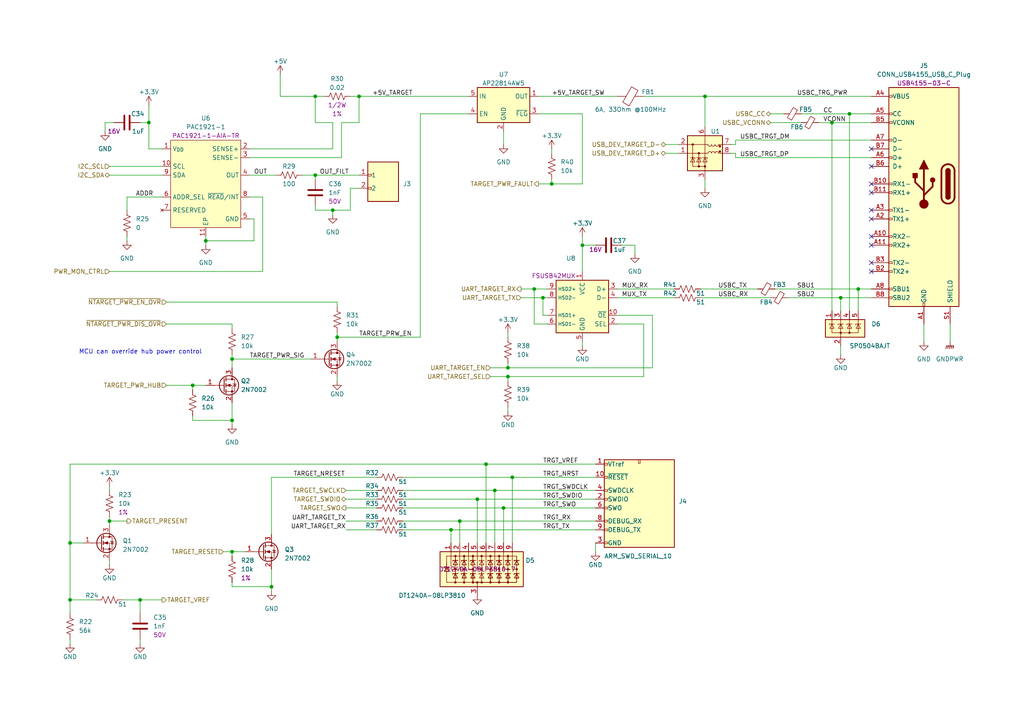
<source format=kicad_sch>
(kicad_sch (version 20230121) (generator eeschema)
  (paper "A4")
  (lib_symbols
    (symbol "Redhill_Lib:CAP_CER_0402_1nF_50V_10%_X7R" (pin_numbers hide) (pin_names (offset 0.254))
      (property "Reference" "C" (at 0.635 2.54 0))
      (property "Value" "1nF" (at 0.635 -2.54 0))
      (property "Voltage" "50V" (at 0 0 0))
      (symbol "CAP_CER_0402_1nF_50V_10%_X7R_1_1"
        (pin passive line (at 0 3.81 270) (length 2.794) (name "~") (number "1"))
        (pin passive line (at 0 -3.81 90) (length 2.794) (name "~") (number "2"))
      )
    )
    (symbol "Redhill_Lib:CAP_CER_0402_1uF_16V_10%_X5R" (pin_numbers hide) (pin_names (offset 0.254))
      (property "Reference" "C" (at 0.635 2.54 0))
      (property "Value" "1uF" (at 0.635 -2.54 0))
      (property "Voltage" "16V" (at 0 0 0))
      (symbol "CAP_CER_0402_1uF_16V_10%_X5R_1_1"
        (pin passive line (at 0 3.81 270) (length 2.794) (name "~") (number "1"))
        (pin passive line (at 0 -3.81 90) (length 2.794) (name "~") (number "2"))
      )
    )
    (symbol "Redhill_Lib:CONN_ARM_SWD_SERIAL_10" (pin_names (offset 1.016))
      (property "Reference" "J" (at -2.54 16.51 0))
      (property "Value" "ARM_SWD_SERIAL_10" (at -2.54 13.97 0))
      (symbol "CONN_ARM_SWD_SERIAL_10_1_1"
        (pin power_in line (at 12.7 11.43 180) (length 2.54) (name "VTref") (number "1"))
        (pin open_collector line (at 12.7 7.62 180) (length 2.54) (name "~{RESET}") (number "10"))
        (pin bidirectional line (at 12.7 1.27 180) (length 2.54) (name "SWDIO") (number "2"))
        (pin power_in line (at 12.7 -11.43 180) (length 2.54) (name "GND") (number "3"))
        (pin output line (at 12.7 3.81 180) (length 2.54) (name "SWDCLK") (number "4"))
        (pin passive line (at 12.7 -11.43 180) (length 2.54) hide (name "GND") (number "5"))
        (pin input line (at 12.7 -1.27 180) (length 2.54) (name "SWO") (number "6"))
        (pin no_connect line (at -10.16 0 0) (length 2.54) hide (name "KEY") (number "7"))
        (pin bidirectional line (at 12.7 -5.08 180) (length 2.54) (name "DEBUG_RX") (number "8"))
        (pin bidirectional line (at 12.7 -7.62 180) (length 2.54) (name "DEBUG_TX") (number "9"))
        (pin passive line (at -5.08 -15.24 90) (length 2.54) hide (name "GNDDetect") (number "9"))
      )
    )
    (symbol "Redhill_Lib:CONN_Header_2Pin_2.54mmPitch" (pin_names (offset 1.016))
      (property "Reference" "J" (at 1.27 6.35 0))
      (symbol "CONN_Header_2Pin_2.54mmPitch_1_1"
        (pin passive line (at 7.62 0 180) (length 2.54) (name "1") (number "1"))
        (pin passive line (at 7.62 -3.81 180) (length 2.54) (name "2") (number "2"))
      )
    )
    (symbol "Redhill_Lib:CONN_USB4155_USB_C_Plug" (pin_names (offset 1.016))
      (property "Reference" "J" (at -10.16 29.21 0))
      (property "Value" "CONN_USB4155_USB_C_Plug" (at 10.16 29.21 0))
      (property "Partnumber" "USB4155-03-C" (at 0 0 0))
      (symbol "CONN_USB4155_USB_C_Plug_1_1"
        (pin passive line (at 0 -40.64 90) (length 5.08) (name "GND") (number "A1"))
        (pin bidirectional line (at 15.24 -15.24 180) (length 5.08) (name "RX2-") (number "A10"))
        (pin bidirectional line (at 15.24 -17.78 180) (length 5.08) (name "RX2+") (number "A11"))
        (pin passive line (at 0 -40.64 90) (length 5.08) hide (name "GND") (number "A12"))
        (pin bidirectional line (at 15.24 -10.16 180) (length 5.08) (name "TX1+") (number "A2"))
        (pin bidirectional line (at 15.24 -7.62 180) (length 5.08) (name "TX1-") (number "A3"))
        (pin passive line (at 15.24 25.4 180) (length 5.08) (name "VBUS") (number "A4"))
        (pin bidirectional line (at 15.24 20.32 180) (length 5.08) (name "CC") (number "A5"))
        (pin bidirectional line (at 15.24 7.62 180) (length 5.08) (name "D+") (number "A6"))
        (pin bidirectional line (at 15.24 12.7 180) (length 5.08) (name "D-") (number "A7"))
        (pin bidirectional line (at 15.24 -30.48 180) (length 5.08) (name "SBU1") (number "A8"))
        (pin passive line (at 15.24 25.4 180) (length 5.08) hide (name "VBUS") (number "A9"))
        (pin passive line (at 0 -40.64 90) (length 5.08) hide (name "GND") (number "B1"))
        (pin bidirectional line (at 15.24 0 180) (length 5.08) (name "RX1-") (number "B10"))
        (pin bidirectional line (at 15.24 -2.54 180) (length 5.08) (name "RX1+") (number "B11"))
        (pin passive line (at 0 -40.64 90) (length 5.08) hide (name "GND") (number "B12"))
        (pin bidirectional line (at 15.24 -25.4 180) (length 5.08) (name "TX2+") (number "B2"))
        (pin bidirectional line (at 15.24 -22.86 180) (length 5.08) (name "TX2-") (number "B3"))
        (pin passive line (at 15.24 25.4 180) (length 5.08) hide (name "VBUS") (number "B4"))
        (pin bidirectional line (at 15.24 17.78 180) (length 5.08) (name "VCONN") (number "B5"))
        (pin bidirectional line (at 15.24 5.08 180) (length 5.08) (name "D+") (number "B6"))
        (pin bidirectional line (at 15.24 10.16 180) (length 5.08) (name "D-") (number "B7"))
        (pin bidirectional line (at 15.24 -33.02 180) (length 5.08) (name "SBU2") (number "B8"))
        (pin passive line (at 15.24 25.4 180) (length 5.08) hide (name "VBUS") (number "B9"))
        (pin passive line (at -7.62 -40.64 90) (length 5.08) (name "SHIELD") (number "S1"))
        (pin passive line (at -7.62 -40.64 90) (length 5.08) hide (name "SHIELD") (number "S2"))
      )
    )
    (symbol "Redhill_Lib:EMI2121MTTAG" (pin_names (offset 0.0254) hide)
      (property "Reference" "U" (at -5.08 6.35 0))
      (symbol "EMI2121MTTAG_1_1"
        (pin passive line (at -7.62 0 0) (length 2.54) (name "In_1+") (number "1"))
        (pin passive line (at -7.62 2.54 0) (length 2.54) (name "In_1-") (number "2"))
        (pin power_in line (at 0 -7.62 90) (length 2.54) (name "GND") (number "3"))
        (pin passive line (at 0 -7.62 90) (length 2.54) hide (name "GND") (number "4"))
        (pin passive line (at 0 -7.62 90) (length 2.54) hide (name "GND") (number "5"))
        (pin power_in line (at 0 7.62 270) (length 2.54) (name "VDD") (number "6"))
        (pin passive line (at 7.62 2.54 180) (length 2.54) (name "Out_1-") (number "7"))
        (pin passive line (at 7.62 0 180) (length 2.54) (name "Out_1+") (number "8"))
        (pin passive line (at 0 -7.62 90) (length 2.54) hide (name "GND") (number "9"))
      )
    )
    (symbol "Redhill_Lib:ESD_DT1240A-08LP3810" (pin_names hide)
      (property "Reference" "D" (at 13.97 2.54 0))
      (property "Value" "DT1240A-08LP3810" (at 13.97 0.635 0))
      (property "Partnumber" "DT1240A-08LP3810-7" (at 0 0 0))
      (symbol "ESD_DT1240A-08LP3810_0_0"
        (pin passive line (at 0 -7.62 90) (length 2.54) (name "A") (number "3"))
      )
      (symbol "ESD_DT1240A-08LP3810_1_1"
        (pin passive line (at -7.62 7.62 270) (length 2.54) (name "K1") (number "1"))
        (pin passive line (at -5.08 7.62 270) (length 2.54) (name "K2") (number "2"))
        (pin passive line (at -2.54 7.62 270) (length 2.54) (name "K3") (number "4"))
        (pin passive line (at 0 7.62 270) (length 2.54) (name "K4") (number "5"))
        (pin passive line (at 2.54 7.62 270) (length 2.54) (name "K5") (number "6"))
        (pin passive line (at 5.08 7.62 270) (length 2.54) (name "K6") (number "7"))
        (pin passive line (at 7.62 7.62 270) (length 2.54) (name "K7") (number "8"))
        (pin passive line (at 10.16 7.62 270) (length 2.54) (name "K8") (number "9"))
      )
    )
    (symbol "Redhill_Lib:ESD_SP0504BAJTG" (pin_names hide)
      (property "Reference" "D" (at 7.62 2.54 0))
      (property "Value" "SP0504BAJTG" (at 7.62 0.635 0))
      (symbol "ESD_SP0504BAJTG_0_0"
        (pin passive line (at 0 -5.08 90) (length 2.54) (name "A") (number "2"))
      )
      (symbol "ESD_SP0504BAJTG_1_1"
        (pin passive line (at -2.54 5.08 270) (length 2.54) (name "K") (number "1"))
        (pin passive line (at 0 5.08 270) (length 2.54) (name "K") (number "3"))
        (pin passive line (at 2.54 5.08 270) (length 2.54) (name "K") (number "4"))
        (pin passive line (at 5.08 5.08 270) (length 2.54) (name "K") (number "5"))
      )
    )
    (symbol "Redhill_Lib:IC_AP22814AW5"
      (property "Reference" "U" (at -7.62 -6.35 0))
      (property "Value" "AP22814AW5" (at -7.62 6.35 0))
      (symbol "IC_AP22814AW5_1_1"
        (pin power_out line (at 10.16 2.54 180) (length 2.54) (name "OUT") (number "1"))
        (pin power_in line (at 0 -7.62 90) (length 2.54) (name "GND") (number "2"))
        (pin open_collector line (at 10.16 -2.54 180) (length 2.54) (name "~{FLG}") (number "3"))
        (pin input line (at -10.16 -2.54 0) (length 2.54) (name "EN") (number "4"))
        (pin power_in line (at -10.16 2.54 0) (length 2.54) (name "IN") (number "5"))
      )
    )
    (symbol "Redhill_Lib:IC_FSUSB42MUX"
      (property "Reference" "U" (at -6.35 8.89 0))
      (property "Partnumber" "FSUSB42MUX" (at 0 0 0))
      (symbol "IC_FSUSB42MUX_1_1"
        (pin power_in line (at 0 10.16 270) (length 2.54) (name "VCC") (number "1"))
        (pin input line (at -10.16 -2.54 0) (length 2.54) (name "~{OE}") (number "10"))
        (pin input line (at -10.16 -5.08 0) (length 2.54) (name "SEL") (number "2"))
        (pin bidirectional line (at -10.16 5.08 0) (length 2.54) (name "D+") (number "3"))
        (pin bidirectional line (at -10.16 2.54 0) (length 2.54) (name "D-") (number "4"))
        (pin power_in line (at 0 -10.16 90) (length 2.54) (name "GND") (number "5"))
        (pin bidirectional line (at 10.16 -5.08 180) (length 2.54) (name "HSD1-") (number "6"))
        (pin bidirectional line (at 10.16 -2.54 180) (length 2.54) (name "HSD1+") (number "7"))
        (pin bidirectional line (at 10.16 2.54 180) (length 2.54) (name "HSD2-") (number "8"))
        (pin bidirectional line (at 10.16 5.08 180) (length 2.54) (name "HSD2+") (number "9"))
      )
    )
    (symbol "Redhill_Lib:IC_PAC1921-1"
      (property "Reference" "U" (at -1.27 16.51 0))
      (property "Value" "PAC1921-1" (at 0 13.97 0))
      (symbol "IC_PAC1921-1_1_0"
        (pin power_in line (at -12.7 10.16 0) (length 2.54) (name "V_{DD}") (number "1"))
        (pin input line (at -12.7 5.08 0) (length 2.54) (name "SCL") (number "10"))
        (pin passive line (at 0 -15.24 90) (length 2.54) (name "EP") (number "11"))
        (pin input line (at 12.7 10.16 180) (length 2.54) (name "SENSE+") (number "2"))
        (pin input line (at 12.7 7.62 180) (length 2.54) (name "SENSE-") (number "3"))
        (pin output line (at 12.7 2.54 180) (length 2.54) (name "OUT") (number "4"))
        (pin power_in line (at 12.7 -10.16 180) (length 2.54) (name "GND") (number "5"))
        (pin passive line (at -12.7 -3.81 0) (length 2.54) (name "ADDR_SEL") (number "6"))
        (pin no_connect line (at -12.7 -7.62 0) (length 2.54) (name "RESERVED") (number "7"))
        (pin output line (at 12.7 -3.81 180) (length 2.54) (name "~{READ}/INT") (number "8"))
        (pin bidirectional line (at -12.7 2.54 0) (length 2.54) (name "SDA") (number "9"))
      )
    )
    (symbol "Redhill_Lib:L_FB_BLM31PG330SN1L" (pin_numbers hide) (pin_names (offset 0))
      (property "Reference" "FB" (at -3.81 0.635 90))
      (property "Value" "6A, 33Ohm @100MHz" (at 3.81 0 90))
      (symbol "L_FB_BLM31PG330SN1L_1_1"
        (pin passive line (at 0 3.81 270) (length 2.54) (name "~") (number "1"))
        (pin passive line (at 0 -3.81 90) (length 2.54) (name "~") (number "2"))
      )
    )
    (symbol "Redhill_Lib:L_FERRITE_0402_600Ohm_100MHz_300mA" (pin_numbers hide) (pin_names (offset 0))
      (property "Reference" "FB" (at 1.905 1.27 0))
      (property "Partnumber" "BLM15AG601SN1D" (at 0 0 0))
      (symbol "L_FERRITE_0402_600Ohm_100MHz_300mA_1_1"
        (pin passive line (at 0 2.54 270) (length 1.27) (name "~") (number "1"))
        (pin passive line (at 0 -2.54 90) (length 1.27) (name "~") (number "2"))
      )
    )
    (symbol "Redhill_Lib:NMOS_2N7002" (pin_names hide)
      (property "Reference" "Q" (at 5.08 1.905 0))
      (property "Value" "2N7002" (at 5.08 0 0))
      (symbol "NMOS_2N7002_1_1"
        (pin input line (at -5.08 0 0) (length 2.54) (name "G") (number "1"))
        (pin passive line (at 2.54 -5.08 90) (length 2.54) (name "S") (number "2"))
        (pin passive line (at 2.54 5.08 270) (length 2.54) (name "D") (number "3"))
      )
    )
    (symbol "Redhill_Lib:R_CHIP_0402_0" (pin_numbers hide) (pin_names (offset 0))
      (property "Reference" "R" (at 2.54 0 90))
      (property "Value" "0" (at -2.54 0 90))
      (symbol "R_CHIP_0402_0_1_1"
        (pin passive line (at 0 3.81 270) (length 1.27) (name "~") (number "1"))
        (pin passive line (at 0 -3.81 90) (length 1.27) (name "~") (number "2"))
      )
    )
    (symbol "Redhill_Lib:R_CHIP_0402_100_1%_0.0625W" (pin_numbers hide) (pin_names (offset 0))
      (property "Reference" "R" (at 2.54 0 90))
      (property "Value" "100" (at -2.54 0 90))
      (symbol "R_CHIP_0402_100_1%_0.0625W_1_1"
        (pin passive line (at 0 3.81 270) (length 1.27) (name "~") (number "1"))
        (pin passive line (at 0 -3.81 90) (length 1.27) (name "~") (number "2"))
      )
    )
    (symbol "Redhill_Lib:R_CHIP_0402_10k_1%" (pin_numbers hide) (pin_names (offset 0))
      (property "Reference" "R" (at 2.54 0 90))
      (property "Value" "10k" (at -2.54 0 90))
      (property "Tolerance" "1%" (at 0 0 0))
      (symbol "R_CHIP_0402_10k_1%_1_1"
        (pin passive line (at 0 3.81 270) (length 1.27) (name "~") (number "1"))
        (pin passive line (at 0 -3.81 90) (length 1.27) (name "~") (number "2"))
      )
    )
    (symbol "Redhill_Lib:R_CHIP_0402_51_5%_0.0625W" (pin_numbers hide) (pin_names (offset 0))
      (property "Reference" "R" (at 2.54 0 90))
      (property "Value" "51" (at -2.54 0 90))
      (symbol "R_CHIP_0402_51_5%_0.0625W_1_1"
        (pin passive line (at 0 3.81 270) (length 1.27) (name "~") (number "1"))
        (pin passive line (at 0 -3.81 90) (length 1.27) (name "~") (number "2"))
      )
    )
    (symbol "Redhill_Lib:R_CHIP_0402_56k_5%" (pin_numbers hide) (pin_names (offset 0))
      (property "Reference" "R" (at 2.54 0 90))
      (property "Value" "56k" (at -2.54 0 90))
      (property "Tolerance" "5%" (at 0 0 0))
      (symbol "R_CHIP_0402_56k_5%_1_1"
        (pin passive line (at 0 3.81 270) (length 1.27) (name "~") (number "1"))
        (pin passive line (at 0 -3.81 90) (length 1.27) (name "~") (number "2"))
      )
    )
    (symbol "Redhill_Lib:R_CHIP_1206_0.02_1%_0.5W" (pin_numbers hide) (pin_names (offset 0))
      (property "Reference" "R" (at 2.54 0 90))
      (property "Value" "0.02" (at -2.54 0 90))
      (property "Power" "1/2W" (at 0 0 0))
      (property "Tolerance" "1%" (at 0 0 0))
      (symbol "R_CHIP_1206_0.02_1%_0.5W_1_1"
        (pin passive line (at 0 3.81 270) (length 1.27) (name "~") (number "1"))
        (pin passive line (at 0 -3.81 90) (length 1.27) (name "~") (number "2"))
      )
    )
    (symbol "power:+3.3V" (power) (pin_names (offset 0))
      (property "Value" "+3.3V" (at 0 3.556 0))
      (symbol "+3.3V_1_1"
        (pin power_in line (at 0 0 90) (length 0) hide (name "+3.3V") (number "1"))
      )
    )
    (symbol "power:+5V" (power) (pin_names (offset 0))
      (property "Value" "+5V" (at 0 3.556 0))
      (symbol "+5V_1_1"
        (pin power_in line (at 0 0 90) (length 0) hide (name "+5V") (number "1"))
      )
    )
    (symbol "power:GND" (power) (pin_names (offset 0))
      (property "Value" "GND" (at 0 -3.81 0))
      (symbol "GND_1_1"
        (pin power_in line (at 0 0 270) (length 0) hide (name "GND") (number "1"))
      )
    )
    (symbol "power:GNDPWR" (power) (pin_names (offset 0))
      (property "Value" "GNDPWR" (at 0 -3.302 0))
      (symbol "GNDPWR_1_1"
        (pin power_in line (at 0 0 270) (length 0) hide (name "GNDPWR") (number "1"))
      )
    )
  )
  (junction (at 248.92 83.82))
  (junction (at 241.3 35.56))
  (junction (at 140.97 134.62))
  (junction (at 147.32 106.68))
  (junction (at 130.81 153.67))
  (junction (at 67.31 121.92))
  (junction (at 20.32 157.48))
  (junction (at 91.44 27.94))
  (junction (at 148.59 138.43))
  (junction (at 96.52 60.96))
  (junction (at 133.35 151.13))
  (junction (at 168.91 71.12))
  (junction (at 31.75 151.13))
  (junction (at 157.48 86.36))
  (junction (at 243.84 86.36))
  (junction (at 20.32 173.99))
  (junction (at 143.51 142.24))
  (junction (at 55.88 111.76))
  (junction (at 91.44 50.8))
  (junction (at 59.69 69.85))
  (junction (at 40.64 173.99))
  (junction (at 246.38 33.02))
  (junction (at 204.47 27.94))
  (junction (at 78.74 170.18))
  (junction (at 154.94 83.82))
  (junction (at 43.18 35.56))
  (junction (at 67.31 160.02))
  (junction (at 97.79 97.79))
  (junction (at 147.32 109.22))
  (junction (at 138.43 144.78))
  (junction (at 160.02 53.34))
  (junction (at 67.31 104.14))
  (junction (at 104.14 27.94))
  (junction (at 146.05 147.32))
  (no_connect (at 252.73 78.74))
  (no_connect (at 252.73 43.18))
  (no_connect (at 252.73 60.96))
  (no_connect (at 252.73 68.58))
  (no_connect (at 252.73 76.2))
  (no_connect (at 252.73 55.88))
  (no_connect (at 252.73 48.26))
  (no_connect (at 252.73 53.34))
  (no_connect (at 252.73 63.5))
  (no_connect (at 252.73 71.12))
  (wire (pts (xy 241.3 35.56) (xy 241.3 90.17)))
  (wire (pts (xy 130.81 153.67) (xy 130.81 157.48)))
  (wire (pts (xy 148.59 138.43) (xy 148.59 157.48)))
  (wire (pts (xy 179.07 86.36) (xy 195.58 86.36)))
  (wire (pts (xy 40.64 173.99) (xy 40.64 177.8)))
  (wire (pts (xy 116.84 153.67) (xy 130.81 153.67)))
  (wire (pts (xy 133.35 151.13) (xy 133.35 157.48)))
  (wire (pts (xy 275.59 93.98) (xy 275.59 99.06)))
  (wire (pts (xy 189.23 91.44) (xy 179.07 91.44)))
  (wire (pts (xy 91.44 50.8) (xy 91.44 52.07)))
  (wire (pts (xy 100.33 151.13) (xy 109.22 151.13)))
  (wire (pts (xy 168.91 68.58) (xy 168.91 71.12)))
  (wire (pts (xy 143.51 142.24) (xy 172.72 142.24)))
  (wire (pts (xy 73.66 63.5) (xy 73.66 69.85)))
  (wire (pts (xy 104.14 27.94) (xy 135.89 27.94)))
  (wire (pts (xy 148.59 138.43) (xy 172.72 138.43)))
  (wire (pts (xy 64.77 160.02) (xy 67.31 160.02)))
  (wire (pts (xy 40.64 185.42) (xy 40.64 186.69)))
  (wire (pts (xy 232.41 33.02) (xy 246.38 33.02)))
  (wire (pts (xy 179.07 83.82) (xy 195.58 83.82)))
  (wire (pts (xy 101.6 60.96) (xy 101.6 54.61)))
  (wire (pts (xy 168.91 71.12) (xy 172.72 71.12)))
  (wire (pts (xy 147.32 105.41) (xy 147.32 106.68)))
  (wire (pts (xy 213.36 40.64) (xy 252.73 40.64)))
  (wire (pts (xy 72.39 50.8) (xy 80.01 50.8)))
  (wire (pts (xy 104.14 35.56) (xy 104.14 27.94)))
  (wire (pts (xy 100.33 144.78) (xy 109.22 144.78)))
  (wire (pts (xy 20.32 134.62) (xy 140.97 134.62)))
  (wire (pts (xy 31.75 151.13) (xy 36.83 151.13)))
  (wire (pts (xy 243.84 86.36) (xy 243.84 90.17)))
  (wire (pts (xy 146.05 147.32) (xy 146.05 157.48)))
  (wire (pts (xy 168.91 33.02) (xy 168.91 53.34)))
  (wire (pts (xy 97.79 97.79) (xy 121.92 97.79)))
  (wire (pts (xy 76.2 78.74) (xy 31.75 78.74)))
  (wire (pts (xy 31.75 151.13) (xy 31.75 152.4)))
  (wire (pts (xy 55.88 120.65) (xy 55.88 121.92)))
  (wire (pts (xy 212.09 44.45) (xy 213.36 44.45)))
  (wire (pts (xy 203.2 86.36) (xy 223.52 86.36)))
  (wire (pts (xy 55.88 121.92) (xy 67.31 121.92)))
  (wire (pts (xy 189.23 106.68) (xy 189.23 91.44)))
  (wire (pts (xy 241.3 35.56) (xy 252.73 35.56)))
  (wire (pts (xy 138.43 144.78) (xy 138.43 157.48)))
  (wire (pts (xy 36.83 68.58) (xy 36.83 69.85)))
  (wire (pts (xy 99.06 35.56) (xy 99.06 45.72)))
  (wire (pts (xy 35.56 173.99) (xy 40.64 173.99)))
  (wire (pts (xy 91.44 27.94) (xy 91.44 35.56)))
  (wire (pts (xy 48.26 87.63) (xy 97.79 87.63)))
  (wire (pts (xy 147.32 110.49) (xy 147.32 109.22)))
  (wire (pts (xy 156.21 53.34) (xy 160.02 53.34)))
  (wire (pts (xy 91.44 50.8) (xy 104.14 50.8)))
  (wire (pts (xy 248.92 83.82) (xy 248.92 90.17)))
  (wire (pts (xy 67.31 160.02) (xy 71.12 160.02)))
  (wire (pts (xy 116.84 138.43) (xy 148.59 138.43)))
  (wire (pts (xy 186.69 27.94) (xy 204.47 27.94)))
  (wire (pts (xy 151.13 83.82) (xy 154.94 83.82)))
  (wire (pts (xy 31.75 140.97) (xy 31.75 142.24)))
  (wire (pts (xy 97.79 96.52) (xy 97.79 97.79)))
  (wire (pts (xy 20.32 173.99) (xy 27.94 173.99)))
  (wire (pts (xy 147.32 106.68) (xy 189.23 106.68)))
  (wire (pts (xy 55.88 111.76) (xy 59.69 111.76)))
  (wire (pts (xy 67.31 116.84) (xy 67.31 121.92)))
  (wire (pts (xy 193.04 44.45) (xy 196.85 44.45)))
  (wire (pts (xy 20.32 157.48) (xy 20.32 173.99)))
  (wire (pts (xy 67.31 104.14) (xy 90.17 104.14)))
  (wire (pts (xy 243.84 86.36) (xy 252.73 86.36)))
  (wire (pts (xy 31.75 48.26) (xy 46.99 48.26)))
  (wire (pts (xy 87.63 50.8) (xy 91.44 50.8)))
  (wire (pts (xy 224.79 83.82) (xy 248.92 83.82)))
  (wire (pts (xy 78.74 138.43) (xy 109.22 138.43)))
  (wire (pts (xy 116.84 147.32) (xy 146.05 147.32)))
  (wire (pts (xy 143.51 142.24) (xy 143.51 157.48)))
  (wire (pts (xy 168.91 71.12) (xy 168.91 78.74)))
  (wire (pts (xy 36.83 57.15) (xy 36.83 60.96)))
  (wire (pts (xy 78.74 170.18) (xy 78.74 171.45)))
  (wire (pts (xy 158.75 93.98) (xy 154.94 93.98)))
  (wire (pts (xy 147.32 109.22) (xy 142.24 109.22)))
  (wire (pts (xy 146.05 38.1) (xy 146.05 41.91)))
  (wire (pts (xy 130.81 153.67) (xy 172.72 153.67)))
  (wire (pts (xy 91.44 60.96) (xy 96.52 60.96)))
  (wire (pts (xy 147.32 119.38) (xy 147.32 118.11)))
  (wire (pts (xy 223.52 35.56) (xy 232.41 35.56)))
  (wire (pts (xy 55.88 111.76) (xy 55.88 113.03)))
  (wire (pts (xy 43.18 30.48) (xy 43.18 35.56)))
  (wire (pts (xy 43.18 43.18) (xy 46.99 43.18)))
  (wire (pts (xy 59.69 69.85) (xy 59.69 71.12)))
  (wire (pts (xy 78.74 138.43) (xy 78.74 154.94)))
  (wire (pts (xy 33.02 35.56) (xy 30.48 35.56)))
  (wire (pts (xy 78.74 165.1) (xy 78.74 170.18)))
  (wire (pts (xy 248.92 83.82) (xy 252.73 83.82)))
  (wire (pts (xy 76.2 57.15) (xy 76.2 78.74)))
  (wire (pts (xy 20.32 173.99) (xy 20.32 177.8)))
  (wire (pts (xy 31.75 50.8) (xy 46.99 50.8)))
  (wire (pts (xy 99.06 35.56) (xy 104.14 35.56)))
  (wire (pts (xy 158.75 91.44) (xy 157.48 91.44)))
  (wire (pts (xy 133.35 151.13) (xy 172.72 151.13)))
  (wire (pts (xy 31.75 149.86) (xy 31.75 151.13)))
  (wire (pts (xy 154.94 83.82) (xy 158.75 83.82)))
  (wire (pts (xy 213.36 45.72) (xy 213.36 44.45)))
  (wire (pts (xy 67.31 168.91) (xy 67.31 170.18)))
  (wire (pts (xy 46.99 57.15) (xy 36.83 57.15)))
  (wire (pts (xy 101.6 27.94) (xy 104.14 27.94)))
  (wire (pts (xy 116.84 142.24) (xy 143.51 142.24)))
  (wire (pts (xy 246.38 33.02) (xy 252.73 33.02)))
  (wire (pts (xy 67.31 104.14) (xy 67.31 102.87)))
  (wire (pts (xy 213.36 41.91) (xy 213.36 40.64)))
  (wire (pts (xy 40.64 173.99) (xy 46.99 173.99)))
  (wire (pts (xy 223.52 33.02) (xy 227.33 33.02)))
  (wire (pts (xy 100.33 142.24) (xy 109.22 142.24)))
  (wire (pts (xy 40.64 35.56) (xy 43.18 35.56)))
  (wire (pts (xy 72.39 57.15) (xy 76.2 57.15)))
  (wire (pts (xy 138.43 144.78) (xy 172.72 144.78)))
  (wire (pts (xy 67.31 160.02) (xy 67.31 161.29)))
  (wire (pts (xy 172.72 157.48) (xy 172.72 160.02)))
  (wire (pts (xy 180.34 71.12) (xy 184.15 71.12)))
  (wire (pts (xy 160.02 43.18) (xy 160.02 44.45)))
  (wire (pts (xy 121.92 33.02) (xy 121.92 97.79)))
  (wire (pts (xy 160.02 53.34) (xy 160.02 52.07)))
  (wire (pts (xy 157.48 91.44) (xy 157.48 86.36)))
  (wire (pts (xy 147.32 109.22) (xy 186.69 109.22)))
  (wire (pts (xy 140.97 134.62) (xy 140.97 157.48)))
  (wire (pts (xy 72.39 43.18) (xy 96.52 43.18)))
  (wire (pts (xy 243.84 100.33) (xy 243.84 102.87)))
  (wire (pts (xy 20.32 185.42) (xy 20.32 186.69)))
  (wire (pts (xy 204.47 52.07) (xy 204.47 54.61)))
  (wire (pts (xy 246.38 33.02) (xy 246.38 90.17)))
  (wire (pts (xy 48.26 93.98) (xy 67.31 93.98)))
  (wire (pts (xy 30.48 35.56) (xy 30.48 38.1)))
  (wire (pts (xy 140.97 134.62) (xy 172.72 134.62)))
  (wire (pts (xy 72.39 63.5) (xy 73.66 63.5)))
  (wire (pts (xy 100.33 147.32) (xy 109.22 147.32)))
  (wire (pts (xy 97.79 87.63) (xy 97.79 88.9)))
  (wire (pts (xy 156.21 33.02) (xy 168.91 33.02)))
  (wire (pts (xy 96.52 35.56) (xy 91.44 35.56)))
  (wire (pts (xy 146.05 147.32) (xy 172.72 147.32)))
  (wire (pts (xy 67.31 121.92) (xy 67.31 123.19)))
  (wire (pts (xy 67.31 104.14) (xy 67.31 106.68)))
  (wire (pts (xy 96.52 60.96) (xy 101.6 60.96)))
  (wire (pts (xy 168.91 99.06) (xy 168.91 100.33)))
  (wire (pts (xy 121.92 33.02) (xy 135.89 33.02)))
  (wire (pts (xy 237.49 35.56) (xy 241.3 35.56)))
  (wire (pts (xy 212.09 41.91) (xy 213.36 41.91)))
  (wire (pts (xy 204.47 27.94) (xy 204.47 36.83)))
  (wire (pts (xy 91.44 59.69) (xy 91.44 60.96)))
  (wire (pts (xy 160.02 53.34) (xy 168.91 53.34)))
  (wire (pts (xy 142.24 106.68) (xy 147.32 106.68)))
  (wire (pts (xy 147.32 96.52) (xy 147.32 97.79)))
  (wire (pts (xy 59.69 68.58) (xy 59.69 69.85)))
  (wire (pts (xy 186.69 93.98) (xy 179.07 93.98)))
  (wire (pts (xy 186.69 93.98) (xy 186.69 109.22)))
  (wire (pts (xy 93.98 27.94) (xy 91.44 27.94)))
  (wire (pts (xy 31.75 162.56) (xy 31.75 163.83)))
  (wire (pts (xy 157.48 86.36) (xy 158.75 86.36)))
  (wire (pts (xy 116.84 144.78) (xy 138.43 144.78)))
  (wire (pts (xy 97.79 109.22) (xy 97.79 110.49)))
  (wire (pts (xy 267.97 93.98) (xy 267.97 99.06)))
  (wire (pts (xy 96.52 35.56) (xy 96.52 43.18)))
  (wire (pts (xy 151.13 86.36) (xy 157.48 86.36)))
  (wire (pts (xy 154.94 93.98) (xy 154.94 83.82)))
  (wire (pts (xy 91.44 27.94) (xy 81.28 27.94)))
  (wire (pts (xy 20.32 134.62) (xy 20.32 157.48)))
  (wire (pts (xy 184.15 71.12) (xy 184.15 73.66)))
  (wire (pts (xy 193.04 41.91) (xy 196.85 41.91)))
  (wire (pts (xy 116.84 151.13) (xy 133.35 151.13)))
  (wire (pts (xy 96.52 60.96) (xy 96.52 62.23)))
  (wire (pts (xy 100.33 153.67) (xy 109.22 153.67)))
  (wire (pts (xy 81.28 27.94) (xy 81.28 21.59)))
  (wire (pts (xy 73.66 69.85) (xy 59.69 69.85)))
  (wire (pts (xy 48.26 111.76) (xy 55.88 111.76)))
  (wire (pts (xy 67.31 170.18) (xy 78.74 170.18)))
  (wire (pts (xy 72.39 45.72) (xy 99.06 45.72)))
  (wire (pts (xy 67.31 93.98) (xy 67.31 95.25)))
  (wire (pts (xy 228.6 86.36) (xy 243.84 86.36)))
  (wire (pts (xy 203.2 83.82) (xy 219.71 83.82)))
  (wire (pts (xy 101.6 54.61) (xy 104.14 54.61)))
  (wire (pts (xy 156.21 27.94) (xy 179.07 27.94)))
  (wire (pts (xy 204.47 27.94) (xy 252.73 27.94)))
  (wire (pts (xy 213.36 45.72) (xy 252.73 45.72)))
  (wire (pts (xy 24.13 157.48) (xy 20.32 157.48)))
  (wire (pts (xy 97.79 97.79) (xy 97.79 99.06)))
  (wire (pts (xy 43.18 35.56) (xy 43.18 43.18)))
  (text "MCU can override hub power control" (at 22.86 102.87 0) (effects (font (size 1.27 1.27)) (justify left bottom)))
  (label "TARGET_PRW_EN" (at 104.14 97.79 0))
  (label "MUX_RX" (at 180.34 83.82 0))
  (label "SBU1" (at 231.14 83.82 0))
  (label "TRGT_NRST" (at 157.48 138.43 0))
  (label "TRGT_SWDIO" (at 157.48 144.78 0))
  (label "TRGT_RX" (at 157.48 151.13 0))
  (label "+5V_TARGET" (at 107.95 27.94 0))
  (label "SBU2" (at 231.14 86.36 0))
  (label "TRGT_VREF" (at 157.48 134.62 0))
  (label "TARGET_PWR_SIG" (at 72.39 104.14 0))
  (label "OUT_FILT" (at 92.71 50.8 0))
  (label "ADDR" (at 39.37 57.15 0))
  (label "CC" (at 238.76 33.02 0))
  (label "UART_TARGET_RX" (at 100.33 153.67 180))
  (label "USBC_TRG_PWR" (at 231.14 27.94 0))
  (label "MUX_TX" (at 180.34 86.36 0))
  (label "TARGET_NRESET" (at 85.09 138.43 0))
  (label "USBC_TRGT_DM" (at 214.63 40.64 0))
  (label "TRGT_TX" (at 157.48 153.67 0))
  (label "VCONN" (at 238.76 35.56 0))
  (label "USBC_TX" (at 208.28 83.82 0))
  (label "+5V_TARGET_SW" (at 160.02 27.94 0))
  (label "TRGT_SWDCLK" (at 157.48 142.24 0))
  (label "OUT" (at 73.66 50.8 0))
  (label "USBC_RX" (at 208.28 86.36 0))
  (label "UART_TARGET_TX" (at 100.33 151.13 180))
  (label "TRGT_SWO" (at 157.48 147.32 0))
  (label "USBC_TRGT_DP" (at 214.63 45.72 0))
  (hierarchical_label "TARGET_SWO" (shape output) (at 100.33 147.32 180))
  (hierarchical_label "TARGET_PWR_HUB" (shape input) (at 48.26 111.76 180))
  (hierarchical_label "I2C_SCL" (shape input) (at 31.75 48.26 180))
  (hierarchical_label "TARGET_SWCLK" (shape input) (at 100.33 142.24 180))
  (hierarchical_label "USBC_VCONN" (shape bidirectional) (at 223.52 35.56 180))
  (hierarchical_label "~{NTARGET_PWR_EN_OVR}" (shape input) (at 48.26 87.63 180))
  (hierarchical_label "USB_DEV_TARGET_D-" (shape bidirectional) (at 193.04 41.91 180))
  (hierarchical_label "TARGET_VREF" (shape output) (at 46.99 173.99 0))
  (hierarchical_label "TARGET_PRESENT" (shape output) (at 36.83 151.13 0))
  (hierarchical_label "UART_TARGET_SEL" (shape input) (at 142.24 109.22 180))
  (hierarchical_label "I2C_SDA" (shape bidirectional) (at 31.75 50.8 180))
  (hierarchical_label "~{NTARGET_PWR_DIS_OVR}" (shape input) (at 48.26 93.98 180))
  (hierarchical_label "TARGET_RESET" (shape input) (at 64.77 160.02 180))
  (hierarchical_label "UART_TARGET_EN" (shape input) (at 142.24 106.68 180))
  (hierarchical_label "TARGET_PWR_FAULT" (shape output) (at 156.21 53.34 180))
  (hierarchical_label "USBC_CC" (shape bidirectional) (at 223.52 33.02 180))
  (hierarchical_label "PWR_MON_CTRL" (shape input) (at 31.75 78.74 180))
  (hierarchical_label "UART_TARGET_RX" (shape output) (at 151.13 83.82 180))
  (hierarchical_label "USB_DEV_TARGET_D+" (shape bidirectional) (at 193.04 44.45 180))
  (hierarchical_label "UART_TARGET_TX" (shape input) (at 151.13 86.36 180))
  (hierarchical_label "TARGET_SWDIO" (shape bidirectional) (at 100.33 144.78 180))
  (symbol (lib_id "Redhill_Lib:R_CHIP_0402_10k_1%") (at 160.02 48.26 0) (unit 1)
    (property "Reference" "R40" (at 162.56 46.99 0) (effects (justify left)))
    (property "Value" "10k" (at 162.56 49.53 0) (effects (justify left)))
    (property "Footprint" "Redhill_lib:R_0402_1005Metric" (effects hide))
    (property "Partnumber" "RMCF0402FT10K0" (effects hide))
    (property "Power" "1/16W" (effects hide))
    (property "Tolerance" "1%" (effects hide))
    (property "LCSC" "C25744" (effects hide))
  )
  (symbol (lib_id "Redhill_Lib:R_CHIP_0402_0") (at 36.83 64.77 0) (unit 1)
    (property "Reference" "R25" (at 39.37 63.5 0) (effects (justify left)))
    (property "Value" "0" (at 39.37 66.04 0) (effects (justify left)))
    (property "Footprint" "Redhill_lib:R_0402_1005Metric" (effects hide))
    (property "Partnumber" "RMCF0402ZT0R00" (effects hide))
    (property "Power" "1/16W" (effects hide))
    (property "LCSC" "C17168" (effects hide))
  )
  (symbol (lib_id "Redhill_Lib:CAP_CER_0402_1uF_16V_10%_X5R") (at 176.53 71.12 90) (unit 1)
    (property "Reference" "C37" (at 181.61 69.85 90) (effects (justify left)))
    (property "Value" "1uF" (at 181.61 72.39 90) (effects (justify left)))
    (property "Footprint" "Redhill_lib:C_0402_1005Metric" (effects hide))
    (property "Partnumber" "CL05A105KO5NNNC" (effects hide))
    (property "Voltage" "16V" (at 172.72 72.39 90))
    (property "LCSC" "C52923" (effects hide))
  )
  (symbol (lib_id "power:GND") (at 78.74 171.45 0) (unit 1)
    (property "Reference" "#PWR018" (effects hide))
    (property "Value" "GND" (at 78.74 176.53 0))
    (instances (project "magnum" (path "" (reference "#PWR018") (unit 1)) (path "" (reference "#PWR050") (unit 1))))
  )
  (symbol (lib_id "power:GND") (at 172.72 160.02 0) (unit 1)
    (property "Reference" "#PWR018" (effects hide))
    (property "Value" "GND" (at 172.72 163.83 0))
    (instances (project "magnum" (path "" (reference "#PWR018") (unit 1)) (path "" (reference "#PWR061") (unit 1))))
  )
  (symbol (lib_id "power:GNDPWR") (at 275.59 99.06 0) (unit 1)
    (property "Reference" "#PWR070" (effects hide))
    (property "Value" "GNDPWR" (at 275.463 104.14 0))
  )
  (symbol (lib_id "power:GND") (at 40.64 186.69 0) (unit 1)
    (property "Reference" "#PWR018" (effects hide))
    (property "Value" "GND" (at 40.64 190.5 0))
    (instances (project "magnum" (path "" (reference "#PWR018") (unit 1)) (path "" (reference "#PWR046") (unit 1))))
  )
  (symbol (lib_id "power:GND") (at 147.32 119.38 0) (unit 1)
    (property "Reference" "#PWR018" (effects hide))
    (property "Value" "GND" (at 147.32 123.19 0))
    (instances (project "magnum" (path "" (reference "#PWR018") (unit 1)) (path "" (reference "#PWR057") (unit 1))))
  )
  (symbol (lib_id "power:GND") (at 204.47 54.61 0) (unit 1)
    (property "Reference" "#PWR018" (effects hide))
    (property "Value" "GND" (at 204.47 59.69 0))
    (instances (project "magnum" (path "" (reference "#PWR018") (unit 1)) (path "" (reference "#PWR063") (unit 1))))
  )
  (symbol (lib_id "Redhill_Lib:R_CHIP_0402_51_5%_0.0625W") (at 113.03 153.67 90) (unit 1)
    (property "Reference" "R37" (at 107.95 152.4 90))
    (property "Value" "51" (at 116.84 154.94 90))
    (property "Footprint" "Redhill_lib:R_0402_1005Metric" (effects hide))
    (property "Partnumber" "RMCF0402JT51R0" (effects hide))
    (property "Power" "1/16W" (effects hide))
    (property "Tolerance" "5%" (effects hide))
    (property "LCSC" "C2759480" (effects hide))
  )
  (symbol (lib_id "Redhill_Lib:R_CHIP_0402_10k_1%") (at 147.32 101.6 0) (unit 1)
    (property "Reference" "R38" (at 149.86 100.33 0) (effects (justify left)))
    (property "Value" "10k" (at 149.86 102.87 0) (effects (justify left)))
    (property "Footprint" "Redhill_lib:R_0402_1005Metric" (effects hide))
    (property "Partnumber" "RMCF0402FT10K0" (effects hide))
    (property "Power" "1/16W" (effects hide))
    (property "Tolerance" "1%" (effects hide))
    (property "LCSC" "C25744" (effects hide))
  )
  (symbol (lib_id "Redhill_Lib:L_FERRITE_0402_600Ohm_100MHz_300mA") (at 229.87 33.02 90) (unit 1)
    (property "Reference" "FB5" (at 233.68 31.75 90))
    (property "Value" "BLM15AG601SN1D" (effects hide))
    (property "Footprint" "Redhill_lib:R_0402_1005Metric" (effects hide))
    (property "Datasheet" "https://www.murata.com/en-us/products/productdata/8796740059166/ENFA0018.pdf" (effects hide))
    (property "Partnumber" "BLM15AG601SN1D" (effects hide))
    (property "LCSC" "C76884" (effects hide))
  )
  (symbol (lib_id "power:GND") (at 20.32 186.69 0) (unit 1)
    (property "Reference" "#PWR018" (effects hide))
    (property "Value" "GND" (at 20.32 190.5 0))
    (instances (project "magnum" (path "" (reference "#PWR018") (unit 1)) (path "" (reference "#PWR041") (unit 1))))
  )
  (symbol (lib_id "power:GND") (at 184.15 73.66 0) (unit 1)
    (property "Reference" "#PWR018" (effects hide))
    (property "Value" "GND" (at 184.15 78.74 0))
    (instances (project "magnum" (path "" (reference "#PWR018") (unit 1)) (path "" (reference "#PWR062") (unit 1))))
  )
  (symbol (lib_id "power:+3.3V") (at 147.32 96.52 0) (unit 1)
    (property "Reference" "#PWR?" (effects hide))
    (property "Value" "+3.3V" (at 147.32 92.71 0))
    (instances (project "magnum" (path "" (reference "#PWR?") (unit 1)) (path "" (reference "#PWR024") (unit 1)) (path "" (reference "#PWR056") (unit 1))))
  )
  (symbol (lib_id "power:GND") (at 67.31 123.19 0) (unit 1)
    (property "Reference" "#PWR018" (effects hide))
    (property "Value" "GND" (at 67.31 128.27 0))
    (instances (project "magnum" (path "" (reference "#PWR018") (unit 1)) (path "" (reference "#PWR049") (unit 1))))
  )
  (symbol (lib_id "power:+3.3V") (at 31.75 140.97 0) (unit 1)
    (property "Reference" "#PWR?" (effects hide))
    (property "Value" "+3.3V" (at 31.75 137.16 0))
    (instances (project "magnum" (path "" (reference "#PWR?") (unit 1)) (path "" (reference "#PWR024") (unit 1)) (path "" (reference "#PWR043") (unit 1))))
  )
  (symbol (lib_id "Redhill_Lib:CONN_USB4155_USB_C_Plug") (at 267.97 53.34 0) (mirror y) (unit 1)
    (property "Reference" "J5" (at 267.97 19.05 0))
    (property "Value" "CONN_USB4155_USB_C_Plug" (at 267.97 21.59 0))
    (property "Footprint" "Redhill_lib:GCT_USB4155-03-C_REVA" (effects hide))
    (property "Datasheet" "https://mm.digikey.com/Volume0/opasdata/d220001/medias/docus/5564/USB4155.pdf" (effects hide))
    (property "Partnumber" "USB4155-03-C" (at 267.97 24.13 0))
    (property "LCSC" "C5183853" (effects hide))
  )
  (symbol (lib_id "power:GND") (at 146.05 41.91 0) (unit 1)
    (property "Reference" "#PWR018" (effects hide))
    (property "Value" "GND" (at 146.05 46.99 0))
    (instances (project "magnum" (path "" (reference "#PWR018") (unit 1)) (path "" (reference "#PWR055") (unit 1))))
  )
  (symbol (lib_id "Redhill_Lib:R_CHIP_0402_51_5%_0.0625W") (at 113.03 144.78 90) (unit 1)
    (property "Reference" "R34" (at 107.95 140.97 90))
    (property "Value" "51" (at 116.84 146.05 90))
    (property "Footprint" "Redhill_lib:R_0402_1005Metric" (effects hide))
    (property "Partnumber" "RMCF0402JT51R0" (effects hide))
    (property "Power" "1/16W" (effects hide))
    (property "Tolerance" "5%" (effects hide))
    (property "LCSC" "C2759480" (effects hide))
  )
  (symbol (lib_id "power:GND") (at 138.43 172.72 0) (unit 1)
    (property "Reference" "#PWR018" (effects hide))
    (property "Value" "GND" (at 138.43 177.8 0))
    (instances (project "magnum" (path "" (reference "#PWR018") (unit 1)) (path "" (reference "#PWR054") (unit 1))))
  )
  (symbol (lib_id "Redhill_Lib:R_CHIP_0402_10k_1%") (at 55.88 116.84 0) (unit 1)
    (property "Reference" "R26" (at 58.42 115.57 0) (effects (justify left)))
    (property "Value" "10k" (at 58.42 118.11 0) (effects (justify left)))
    (property "Footprint" "Redhill_lib:R_0402_1005Metric" (effects hide))
    (property "Partnumber" "RMCF0402FT10K0" (effects hide))
    (property "Power" "1/16W" (effects hide))
    (property "Tolerance" "1%" (effects hide))
    (property "LCSC" "C25744" (effects hide))
  )
  (symbol (lib_id "Redhill_Lib:R_CHIP_0402_10k_1%") (at 97.79 92.71 0) (unit 1)
    (property "Reference" "R31" (at 100.33 91.44 0) (effects (justify left)))
    (property "Value" "10k" (at 100.33 93.98 0) (effects (justify left)))
    (property "Footprint" "Redhill_lib:R_0402_1005Metric" (effects hide))
    (property "Partnumber" "RMCF0402FT10K0" (effects hide))
    (property "Power" "1/16W" (effects hide))
    (property "Tolerance" "1%" (effects hide))
    (property "LCSC" "C25744" (effects hide))
  )
  (symbol (lib_id "Redhill_Lib:CAP_CER_0402_1nF_50V_10%_X7R") (at 40.64 181.61 0) (unit 1)
    (property "Reference" "C35" (at 44.45 179.07 0) (effects (justify left)))
    (property "Value" "1nF" (at 44.45 181.61 0) (effects (justify left)))
    (property "Footprint" "Redhill_lib:C_0402_1005Metric" (effects hide))
    (property "Partnumber" "KGM05AR71H102KH" (effects hide))
    (property "Voltage" "50V" (at 44.45 184.15 0) (effects (justify left)))
    (property "LCSC" "C1523" (effects hide))
  )
  (symbol (lib_id "Redhill_Lib:R_CHIP_0402_100_1%_0.0625W") (at 83.82 50.8 90) (unit 1)
    (property "Reference" "R29" (at 83.82 48.26 90))
    (property "Value" "100" (at 83.82 53.34 90))
    (property "Footprint" "Redhill_lib:R_0402_1005Metric" (effects hide))
    (property "Partnumber" "RMCF0402FT100R" (effects hide))
    (property "Power" "1/16W" (effects hide))
    (property "Tolerance" "1%" (effects hide))
    (property "LCSC" "C471762" (effects hide))
  )
  (symbol (lib_id "power:GND") (at 31.75 163.83 0) (unit 1)
    (property "Reference" "#PWR018" (effects hide))
    (property "Value" "GND" (at 31.75 167.64 0))
    (instances (project "magnum" (path "" (reference "#PWR018") (unit 1)) (path "" (reference "#PWR044") (unit 1))))
  )
  (symbol (lib_id "Redhill_Lib:CAP_CER_0402_1nF_50V_10%_X7R") (at 91.44 55.88 0) (unit 1)
    (property "Reference" "C36" (at 95.25 53.34 0) (effects (justify left)))
    (property "Value" "1nF" (at 95.25 55.88 0) (effects (justify left)))
    (property "Footprint" "Redhill_lib:C_0402_1005Metric" (effects hide))
    (property "Partnumber" "KGM05AR71H102KH" (effects hide))
    (property "Voltage" "50V" (at 95.25 58.42 0) (effects (justify left)))
    (property "LCSC" "C1523" (effects hide))
  )
  (symbol (lib_id "Redhill_Lib:ESD_DT1240A-08LP3810") (at 138.43 165.1 0) (unit 1)
    (property "Reference" "D5" (at 152.4 162.56 0) (effects (justify left)))
    (property "Value" "DT1240A-08LP3810" (at 115.57 172.72 0) (effects (justify left)))
    (property "Footprint" "Redhill_lib:UDFN-9_1.0x3.8mm_P0.5mm" (effects hide))
    (property "Datasheet" "https://www.diodes.com/assets/Datasheets/DT1240A-08LP3810.pdf" (effects hide))
    (property "Partnumber" "DT1240A-08LP3810-7" (at 138.43 165.1 0))
    (property "LCSC" "C526598" (effects hide))
  )
  (symbol (lib_id "Redhill_Lib:NMOS_2N7002") (at 64.77 111.76 0) (unit 1)
    (property "Reference" "Q2" (at 69.85 110.49 0) (effects (justify left)))
    (property "Value" "2N7002" (at 69.85 113.03 0) (effects (justify left)))
    (property "Footprint" "Redhill_lib:SOT-23" (effects hide))
    (property "Datasheet" "https://www.onsemi.com/pub/Collateral/NDS7002A-D.PDF" (effects hide))
    (property "Partnumber" "2N7002" (effects hide))
    (property "LCSC" "C5224215" (effects hide))
  )
  (symbol (lib_id "power:GND") (at 36.83 69.85 0) (unit 1)
    (property "Reference" "#PWR018" (effects hide))
    (property "Value" "GND" (at 36.83 74.93 0))
    (instances (project "magnum" (path "" (reference "#PWR018") (unit 1)) (path "" (reference "#PWR045") (unit 1))))
  )
  (symbol (lib_id "Redhill_Lib:ESD_SP0504BAJTG") (at 243.84 95.25 0) (unit 1)
    (property "Reference" "D6" (at 252.73 93.98 0) (effects (justify left)))
    (property "Value" "SP0504BAJT" (at 246.38 100.33 0) (effects (justify left)))
    (property "Footprint" "Redhill_lib:SOT-353_SC-70-5" (effects hide))
    (property "Datasheet" "https://www.littelfuse.com/~/media/electronics/datasheets/tvs_diode_arrays/littelfuse_tvs_diode_array_sp05_datasheet.pdf.pdf" (effects hide))
    (property "Partnumber" "SP0504BAJTG" (effects hide))
    (property "LCSC" "C5116451" (effects hide))
  )
  (symbol (lib_id "power:+3.3V") (at 160.02 43.18 0) (unit 1)
    (property "Reference" "#PWR?" (effects hide))
    (property "Value" "+3.3V" (at 160.02 39.37 0))
    (instances (project "magnum" (path "" (reference "#PWR?") (unit 1)) (path "" (reference "#PWR024") (unit 1)) (path "" (reference "#PWR058") (unit 1))))
  )
  (symbol (lib_id "Redhill_Lib:R_CHIP_0402_10k_1%") (at 67.31 99.06 0) (unit 1)
    (property "Reference" "R27" (at 69.85 97.79 0) (effects (justify left)))
    (property "Value" "10k" (at 69.85 100.33 0) (effects (justify left)))
    (property "Footprint" "Redhill_lib:R_0402_1005Metric" (effects hide))
    (property "Partnumber" "RMCF0402FT10K0" (effects hide))
    (property "Power" "1/16W" (effects hide))
    (property "Tolerance" "1%" (effects hide))
    (property "LCSC" "C25744" (effects hide))
  )
  (symbol (lib_id "Redhill_Lib:CONN_ARM_SWD_SERIAL_10") (at 185.42 146.05 0) (mirror y) (unit 1)
    (property "Reference" "J4" (at 196.85 145.415 0) (effects (justify right)))
    (property "Value" "ARM_SWD_SERIAL_10" (at 175.26 161.29 0) (effects (justify right)))
    (property "Footprint" "Redhill_lib:PinHeader_2x05_P1.27mm_Vertical_SMD" (effects hide))
    (property "Datasheet" "http://infocenter.arm.com/help/topic/com.arm.doc.ddi0314h/DDI0314H_coresight_components_trm.pdf" (effects hide))
    (property "LCSC" "C2874168" (effects hide))
  )
  (symbol (lib_id "Redhill_Lib:NMOS_2N7002") (at 29.21 157.48 0) (unit 1)
    (property "Reference" "Q1" (at 35.56 156.845 0) (effects (justify left)))
    (property "Value" "2N7002" (at 35.56 159.385 0) (effects (justify left)))
    (property "Footprint" "Redhill_lib:SOT-23" (effects hide))
    (property "Datasheet" "https://www.onsemi.com/pub/Collateral/NDS7002A-D.PDF" (effects hide))
    (property "Partnumber" "2N7002" (effects hide))
    (property "LCSC" "C5224215" (effects hide))
  )
  (symbol (lib_id "Redhill_Lib:L_FERRITE_0402_600Ohm_100MHz_300mA") (at 226.06 86.36 90) (unit 1)
    (property "Reference" "FB4" (at 222.25 87.63 90))
    (property "Value" "BLM15AG601SN1D" (effects hide))
    (property "Footprint" "Redhill_lib:R_0402_1005Metric" (effects hide))
    (property "Datasheet" "https://www.murata.com/en-us/products/productdata/8796740059166/ENFA0018.pdf" (effects hide))
    (property "Partnumber" "BLM15AG601SN1D" (effects hide))
    (property "LCSC" "C76884" (effects hide))
  )
  (symbol (lib_id "Redhill_Lib:R_CHIP_0402_51_5%_0.0625W") (at 199.39 83.82 90) (unit 1)
    (property "Reference" "R41" (at 194.31 82.55 90))
    (property "Value" "51" (at 203.2 85.09 90))
    (property "Footprint" "Redhill_lib:R_0402_1005Metric" (effects hide))
    (property "Partnumber" "RMCF0402JT51R0" (effects hide))
    (property "Power" "1/16W" (effects hide))
    (property "Tolerance" "5%" (effects hide))
    (property "LCSC" "C2759480" (effects hide))
  )
  (symbol (lib_id "Redhill_Lib:R_CHIP_0402_51_5%_0.0625W") (at 199.39 86.36 90) (unit 1)
    (property "Reference" "R42" (at 194.31 85.09 90))
    (property "Value" "51" (at 203.2 87.63 90))
    (property "Footprint" "Redhill_lib:R_0402_1005Metric" (effects hide))
    (property "Partnumber" "RMCF0402JT51R0" (effects hide))
    (property "Power" "1/16W" (effects hide))
    (property "Tolerance" "5%" (effects hide))
    (property "LCSC" "C2759480" (effects hide))
  )
  (symbol (lib_id "Redhill_Lib:R_CHIP_0402_51_5%_0.0625W") (at 113.03 151.13 90) (unit 1)
    (property "Reference" "R36" (at 107.95 149.86 90))
    (property "Value" "51" (at 116.84 152.4 90))
    (property "Footprint" "Redhill_lib:R_0402_1005Metric" (effects hide))
    (property "Partnumber" "RMCF0402JT51R0" (effects hide))
    (property "Power" "1/16W" (effects hide))
    (property "Tolerance" "5%" (effects hide))
    (property "LCSC" "C2759480" (effects hide))
  )
  (symbol (lib_id "Redhill_Lib:R_CHIP_0402_51_5%_0.0625W") (at 113.03 147.32 90) (unit 1)
    (property "Reference" "R35" (at 107.95 146.05 90))
    (property "Value" "51" (at 116.84 148.59 90))
    (property "Footprint" "Redhill_lib:R_0402_1005Metric" (effects hide))
    (property "Partnumber" "RMCF0402JT51R0" (effects hide))
    (property "Power" "1/16W" (effects hide))
    (property "Tolerance" "5%" (effects hide))
    (property "LCSC" "C2759480" (effects hide))
  )
  (symbol (lib_id "power:GND") (at 59.69 71.12 0) (unit 1)
    (property "Reference" "#PWR018" (effects hide))
    (property "Value" "GND" (at 59.69 76.2 0))
    (instances (project "magnum" (path "" (reference "#PWR018") (unit 1)) (path "" (reference "#PWR048") (unit 1))))
  )
  (symbol (lib_id "Redhill_Lib:IC_PAC1921-1") (at 59.69 53.34 0) (unit 1)
    (property "Reference" "U6" (at 59.69 34.29 0))
    (property "Value" "PAC1921-1" (at 59.69 36.83 0))
    (property "Footprint" "Redhill_lib:VDFN-10-1EP_3x3mm_P0.5mm_EP1.7x2.4mm" (effects hide))
    (property "Datasheet" "https://www.mouser.com/datasheet/2/268/PAC1921-Data-Sheet-DS20005293E-1512693.pdf" (effects hide))
    (property "Partnumber" "PAC1921-1-AIA-TR" (at 59.69 39.37 0))
    (property "LCSC" "C220576" (effects hide))
  )
  (symbol (lib_id "Redhill_Lib:NMOS_2N7002") (at 76.2 160.02 0) (unit 1)
    (property "Reference" "Q3" (at 82.55 159.385 0) (effects (justify left)))
    (property "Value" "2N7002" (at 82.55 161.925 0) (effects (justify left)))
    (property "Footprint" "Redhill_lib:SOT-23" (effects hide))
    (property "Datasheet" "https://www.onsemi.com/pub/Collateral/NDS7002A-D.PDF" (effects hide))
    (property "Partnumber" "2N7002" (effects hide))
    (property "LCSC" "C5224215" (effects hide))
  )
  (symbol (lib_id "Redhill_Lib:R_CHIP_0402_51_5%_0.0625W") (at 31.75 173.99 270) (unit 1)
    (property "Reference" "R24" (at 26.67 172.72 90))
    (property "Value" "51" (at 35.56 175.26 90))
    (property "Footprint" "Redhill_lib:R_0402_1005Metric" (effects hide))
    (property "Partnumber" "RMCF0402JT51R0" (effects hide))
    (property "Power" "1/16W" (effects hide))
    (property "Tolerance" "5%" (effects hide))
    (property "LCSC" "C2759480" (effects hide))
  )
  (symbol (lib_id "power:GND") (at 96.52 62.23 0) (unit 1)
    (property "Reference" "#PWR018" (effects hide))
    (property "Value" "GND" (at 96.52 67.31 0))
    (instances (project "magnum" (path "" (reference "#PWR018") (unit 1)) (path "" (reference "#PWR052") (unit 1))))
  )
  (symbol (lib_id "Redhill_Lib:L_FERRITE_0402_600Ohm_100MHz_300mA") (at 234.95 35.56 90) (unit 1)
    (property "Reference" "FB6" (at 231.14 36.83 90))
    (property "Value" "BLM15AG601SN1D" (effects hide))
    (property "Footprint" "Redhill_lib:R_0402_1005Metric" (effects hide))
    (property "Datasheet" "https://www.murata.com/en-us/products/productdata/8796740059166/ENFA0018.pdf" (effects hide))
    (property "Partnumber" "BLM15AG601SN1D" (effects hide))
    (property "LCSC" "C76884" (effects hide))
  )
  (symbol (lib_id "Redhill_Lib:CONN_Header_2Pin_2.54mmPitch") (at 111.76 50.8 0) (mirror y) (unit 1)
    (property "Reference" "J3" (at 116.84 53.34 0) (effects (justify right)))
    (property "Value" "CONN_Header_2Pin_2.54mmPitch" (effects hide))
    (property "Footprint" "Redhill_lib:Header_2Pin_Pitch2.54mm_Drill0.8mm" (effects hide))
    (property "Datasheet" "https://www.we-online.com/components/products/datasheet/6130xx11121.pdf" (effects hide))
    (property "Partnumber" "61300211121" (effects hide))
    (property "LCSC" "C5116481" (effects hide))
  )
  (symbol (lib_id "Redhill_Lib:R_CHIP_0402_10k_1%") (at 67.31 165.1 0) (unit 1)
    (property "Reference" "R28" (at 69.85 162.56 0) (effects (justify left)))
    (property "Value" "10k" (at 69.85 165.1 0) (effects (justify left)))
    (property "Footprint" "Redhill_lib:R_0402_1005Metric" (effects hide))
    (property "Partnumber" "RMCF0402FT10K0" (effects hide))
    (property "Power" "1/16W" (effects hide))
    (property "Tolerance" "1%" (at 69.85 167.64 0) (effects (justify left)))
    (property "LCSC" "C25744" (effects hide))
  )
  (symbol (lib_id "Redhill_Lib:L_FB_BLM31PG330SN1L") (at 182.88 27.94 90) (unit 1)
    (property "Reference" "FB1" (at 187.96 26.67 90))
    (property "Value" "6A, 33Ohm @100MHz" (at 182.88 31.75 90))
    (property "Footprint" "Redhill_lib:R_1206_3216Metric" (effects hide))
    (property "Partnumber" "BLM31PG330SN1L" (effects hide))
    (property "LCSC" "C74090" (effects hide))
    (instances (project "magnum" (path "" (reference "FB1") (unit 1)) (path "" (reference "FB2") (unit 1))))
  )
  (symbol (lib_id "Redhill_Lib:R_CHIP_0402_10k_1%") (at 31.75 146.05 0) (unit 1)
    (property "Reference" "R23" (at 34.29 143.51 0) (effects (justify left)))
    (property "Value" "10k" (at 34.29 146.05 0) (effects (justify left)))
    (property "Footprint" "Redhill_lib:R_0402_1005Metric" (effects hide))
    (property "Partnumber" "RMCF0402FT10K0" (effects hide))
    (property "Power" "1/16W" (effects hide))
    (property "Tolerance" "1%" (at 34.29 148.59 0) (effects (justify left)))
    (property "LCSC" "C25744" (effects hide))
  )
  (symbol (lib_id "power:GND") (at 30.48 38.1 0) (unit 1)
    (property "Reference" "#PWR018" (effects hide))
    (property "Value" "GND" (at 30.48 43.18 0))
    (instances (project "magnum" (path "" (reference "#PWR018") (unit 1)) (path "" (reference "#PWR042") (unit 1))))
  )
  (symbol (lib_id "Redhill_Lib:EMI2121MTTAG") (at 204.47 44.45 0) (unit 1)
    (property "Reference" "U1" (at 206.1211 38.1 0) (effects (justify left)))
    (property "Value" "EMI2121MTTAG" (effects hide))
    (property "Footprint" "Redhill_lib:WDFN-8-1EP_2x2.2mm_P0.5mm_EP0.80x0.54" (effects hide))
    (property "Datasheet" "https://www.onsemi.com/pub/Collateral/EMI2121MT-D.PDF" (effects hide))
    (property "Partnumber" "EMI2121MTTAG" (effects hide))
    (property "LCSC" "C464146" (effects hide))
    (instances (project "magnum" (path "" (reference "U1") (unit 1)) (path "" (reference "U9") (unit 1))))
  )
  (symbol (lib_id "power:GND") (at 243.84 102.87 0) (unit 1)
    (property "Reference" "#PWR018" (effects hide))
    (property "Value" "GND" (at 243.84 106.68 0))
    (instances (project "magnum" (path "" (reference "#PWR018") (unit 1)) (path "" (reference "#PWR066") (unit 1))))
  )
  (symbol (lib_id "power:+3.3V") (at 168.91 68.58 0) (unit 1)
    (property "Reference" "#PWR?" (effects hide))
    (property "Value" "+3.3V" (at 168.91 64.77 0))
    (instances (project "magnum" (path "" (reference "#PWR?") (unit 1)) (path "" (reference "#PWR024") (unit 1)) (path "" (reference "#PWR059") (unit 1))))
  )
  (symbol (lib_id "Redhill_Lib:R_CHIP_0402_56k_5%") (at 20.32 181.61 0) (unit 1)
    (property "Reference" "R22" (at 22.86 180.34 0) (effects (justify left)))
    (property "Value" "56k" (at 22.86 182.88 0) (effects (justify left)))
    (property "Footprint" "Redhill_lib:R_0402_1005Metric" (effects hide))
    (property "Partnumber" "RMCF0402JT56K0" (effects hide))
    (property "Power" "1/16W" (effects hide))
    (property "Tolerance" "5%" (effects hide))
    (property "LCSC" "C25796" (effects hide))
  )
  (symbol (lib_id "power:+3.3V") (at 43.18 30.48 0) (unit 1)
    (property "Reference" "#PWR?" (effects hide))
    (property "Value" "+3.3V" (at 43.18 26.67 0))
    (instances (project "magnum" (path "" (reference "#PWR?") (unit 1)) (path "" (reference "#PWR024") (unit 1)) (path "" (reference "#PWR047") (unit 1))))
  )
  (symbol (lib_id "power:+5V") (at 81.28 21.59 0) (unit 1)
    (property "Reference" "#PWR015" (effects hide))
    (property "Value" "+5V" (at 81.28 17.78 0))
    (instances (project "magnum" (path "" (reference "#PWR015") (unit 1)) (path "" (reference "#PWR051") (unit 1))))
  )
  (symbol (lib_id "power:GND") (at 267.97 99.06 0) (unit 1)
    (property "Reference" "#PWR018" (effects hide))
    (property "Value" "GND" (at 267.97 104.14 0))
    (instances (project "magnum" (path "" (reference "#PWR018") (unit 1)) (path "" (reference "#PWR069") (unit 1))))
  )
  (symbol (lib_id "Redhill_Lib:R_CHIP_0402_10k_1%") (at 147.32 114.3 0) (unit 1)
    (property "Reference" "R39" (at 149.86 113.03 0) (effects (justify left)))
    (property "Value" "10k" (at 149.86 115.57 0) (effects (justify left)))
    (property "Footprint" "Redhill_lib:R_0402_1005Metric" (effects hide))
    (property "Partnumber" "RMCF0402FT10K0" (effects hide))
    (property "Power" "1/16W" (effects hide))
    (property "Tolerance" "1%" (effects hide))
    (property "LCSC" "C25744" (effects hide))
  )
  (symbol (lib_id "Redhill_Lib:L_FERRITE_0402_600Ohm_100MHz_300mA") (at 222.25 83.82 90) (unit 1)
    (property "Reference" "FB3" (at 226.06 82.55 90))
    (property "Value" "BLM15AG601SN1D" (effects hide))
    (property "Footprint" "Redhill_lib:R_0402_1005Metric" (effects hide))
    (property "Datasheet" "https://www.murata.com/en-us/products/productdata/8796740059166/ENFA0018.pdf" (effects hide))
    (property "Partnumber" "BLM15AG601SN1D" (effects hide))
    (property "LCSC" "C76884" (effects hide))
  )
  (symbol (lib_id "power:GND") (at 97.79 110.49 0) (unit 1)
    (property "Reference" "#PWR018" (effects hide))
    (property "Value" "GND" (at 97.79 114.3 0))
    (instances (project "magnum" (path "" (reference "#PWR018") (unit 1)) (path "" (reference "#PWR053") (unit 1))))
  )
  (symbol (lib_id "Redhill_Lib:NMOS_2N7002") (at 95.25 104.14 0) (unit 1)
    (property "Reference" "Q4" (at 100.33 102.87 0) (effects (justify left)))
    (property "Value" "2N7002" (at 100.33 105.41 0) (effects (justify left)))
    (property "Footprint" "Redhill_lib:SOT-23" (effects hide))
    (property "Datasheet" "https://www.onsemi.com/pub/Collateral/NDS7002A-D.PDF" (effects hide))
    (property "Partnumber" "2N7002" (effects hide))
    (property "LCSC" "C5224215" (effects hide))
  )
  (symbol (lib_id "power:GND") (at 168.91 100.33 0) (unit 1)
    (property "Reference" "#PWR018" (effects hide))
    (property "Value" "GND" (at 168.91 104.14 0))
    (instances (project "magnum" (path "" (reference "#PWR018") (unit 1)) (path "" (reference "#PWR060") (unit 1))))
  )
  (symbol (lib_id "Redhill_Lib:R_CHIP_0402_51_5%_0.0625W") (at 113.03 138.43 270) (unit 1)
    (property "Reference" "R32" (at 107.95 137.16 90))
    (property "Value" "51" (at 116.84 139.7 90))
    (property "Footprint" "Redhill_lib:R_0402_1005Metric" (effects hide))
    (property "Partnumber" "RMCF0402JT51R0" (effects hide))
    (property "Power" "1/16W" (effects hide))
    (property "Tolerance" "5%" (effects hide))
    (property "LCSC" "C2759480" (effects hide))
  )
  (symbol (lib_id "Redhill_Lib:CAP_CER_0402_1uF_16V_10%_X5R") (at 36.83 35.56 90) (unit 1)
    (property "Reference" "C34" (at 41.91 33.02 90) (effects (justify left)))
    (property "Value" "1uF" (at 41.91 38.1 90) (effects (justify left)))
    (property "Footprint" "Redhill_lib:C_0402_1005Metric" (effects hide))
    (property "Partnumber" "CL05A105KO5NNNC" (effects hide))
    (property "Voltage" "16V" (at 33.02 38.1 90))
    (property "LCSC" "C52923" (effects hide))
  )
  (symbol (lib_id "Redhill_Lib:R_CHIP_0402_51_5%_0.0625W") (at 113.03 142.24 270) (unit 1)
    (property "Reference" "R33" (at 107.95 143.51 90))
    (property "Value" "51" (at 116.84 143.51 90))
    (property "Footprint" "Redhill_lib:R_0402_1005Metric" (effects hide))
    (property "Partnumber" "RMCF0402JT51R0" (effects hide))
    (property "Power" "1/16W" (effects hide))
    (property "Tolerance" "5%" (effects hide))
    (property "LCSC" "C2759480" (effects hide))
  )
  (symbol (lib_id "Redhill_Lib:IC_FSUSB42MUX") (at 168.91 88.9 0) (mirror y) (unit 1)
    (property "Reference" "U8" (at 166.9541 74.93 0) (effects (justify left)))
    (property "Value" "IC_FSUSB42MUX" (effects hide))
    (property "Footprint" "Redhill_lib:MSOP-10_3x3mm_P0.5mm" (effects hide))
    (property "Datasheet" "https://www.onsemi.com/pub/Collateral/FSUSB42-D.PDF" (effects hide))
    (property "Partnumber" "FSUSB42MUX" (at 166.9541 80.01 0) (effects (justify left)))
    (property "LCSC" "C11355" (effects hide))
  )
  (symbol (lib_id "Redhill_Lib:IC_AP22814AW5") (at 146.05 30.48 0) (unit 1)
    (property "Reference" "U7" (at 146.05 21.59 0))
    (property "Value" "AP22814AW5" (at 146.05 24.13 0))
    (property "Footprint" "Redhill_lib:SOT-23-5" (effects hide))
    (property "Datasheet" "https://www.diodes.com/assets/Datasheets/AP22804_14.pdf" (effects hide))
    (property "Max. Current" "3A" (effects hide))
    (property "Voltage Range" "2.7-5.5V" (effects hide))
    (property "LCSC" "C2680321" (effects hide))
  )
  (symbol (lib_id "Redhill_Lib:R_CHIP_1206_0.02_1%_0.5W") (at 97.79 27.94 90) (unit 1)
    (property "Reference" "R30" (at 97.79 22.86 90))
    (property "Value" "0.02" (at 97.79 25.4 90))
    (property "Footprint" "Redhill_lib:R_1206_3216Metric" (effects hide))
    (property "Partnumber" "ERJ-3EKF1004V" (effects hide))
    (property "Power" "1/2W" (at 97.79 30.48 90))
    (property "Tolerance" "1%" (at 97.79 33.02 90))
    (property "LCSC" "C2889962" (effects hide))
  )
)
</source>
